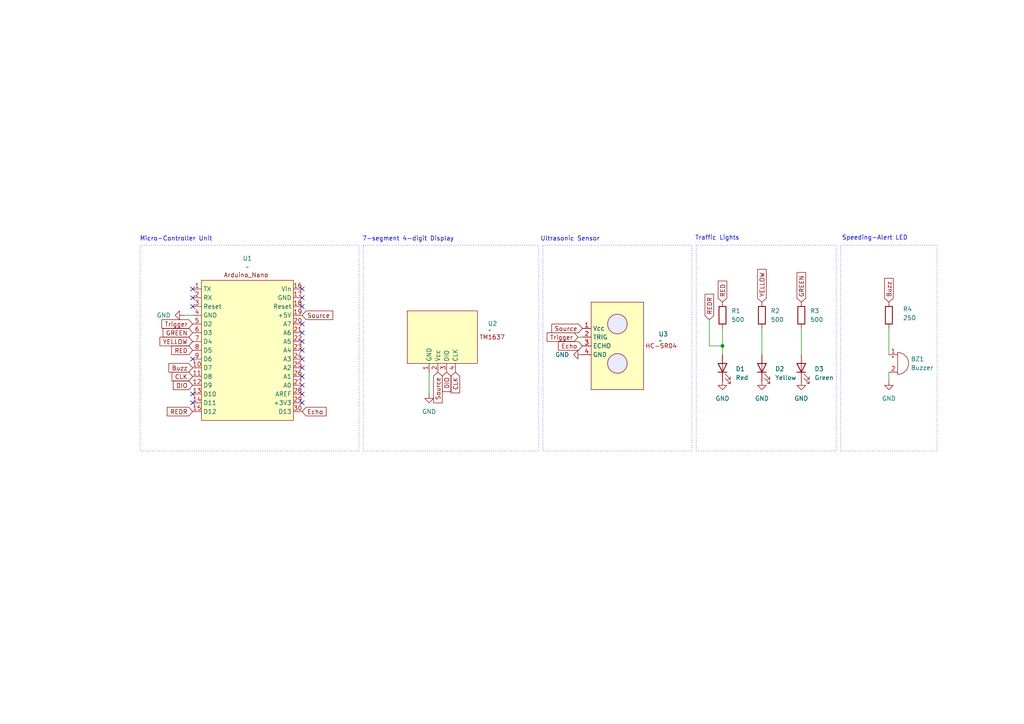
<source format=kicad_sch>
(kicad_sch (version 20231120) (generator "eeschema") (generator_version "8.0")
  (paper "A4")
  (title_block (title "Traffic Lights") (company "Robotics'n'Circuits"))
  (lib_symbols
    (symbol "Device:Buzzer" (pin_names (offset 0.0254) hide)
      (property "Reference" "BZ" (at 3.81 1.27 0))
      (property "Value" "Buzzer" (at 3.81 -1.27 0))
      (symbol "Buzzer_0_1"
        (arc (start 0 -3.175) (mid 3.1612 0) (end 0 3.175))
        (polyline (pts (xy -1.651 1.905) (xy -1.143 1.905)))
        (polyline (pts (xy -1.397 2.159) (xy -1.397 1.651)))
        (polyline (pts (xy 0 3.175) (xy 0 -3.175)))
      )
      (symbol "Buzzer_1_1"
        (pin passive line (at -2.54 2.54 0) (length 2.54) (name "+") (number "1"))
        (pin passive line (at -2.54 -2.54 0) (length 2.54) (name "-") (number "2"))
      )
    )
    (symbol "Device:LED" (pin_numbers hide) (pin_names (offset 1.016) hide)
      (property "Reference" "D" (at 0 2.54 0))
      (property "Value" "LED" (at 0 -2.54 0))
      (symbol "LED_0_1"
        (polyline (pts (xy -1.27 -1.27) (xy -1.27 1.27)) (stroke (width 0.254)))
        (polyline (pts (xy -1.27 0) (xy 1.27 0)))
        (polyline (pts (xy 1.27 -1.27) (xy 1.27 1.27) (xy -1.27 0) (xy 1.27 -1.27)) (stroke (width 0.254)))
        (polyline (pts (xy -3.048 -0.762) (xy -4.572 -2.286) (xy -3.81 -2.286) (xy -4.572 -2.286) (xy -4.572 -1.524)))
        (polyline (pts (xy -1.778 -0.762) (xy -3.302 -2.286) (xy -2.54 -2.286) (xy -3.302 -2.286) (xy -3.302 -1.524)))
      )
      (symbol "LED_1_1"
        (pin passive line (at -3.81 0 0) (length 2.54) (name "K") (number "1"))
        (pin passive line (at 3.81 0 180) (length 2.54) (name "A") (number "2"))
      )
    )
    (symbol "Device:R" (pin_numbers hide) (pin_names (offset 0))
      (property "Reference" "R" (at 2.032 0 90))
      (property "Value" "R" (at 0 0 90))
      (symbol "R_0_1"
        (rectangle (start -1.016 -2.54) (end 1.016 2.54) (stroke (width 0.254)))
      )
      (symbol "R_1_1"
        (pin passive line (at 0 3.81 270) (length 1.27) (name "~") (number "1"))
        (pin passive line (at 0 -3.81 90) (length 1.27) (name "~") (number "2"))
      )
    )
    (symbol "MCU_Microcontroller_Arduino_Nano_V3:Arduino_Nano_v3"
      (property "Reference" "U1" (at -0.635 25.4 0))
      (property "Value" "~" (at -0.635 22.86 0))
      (symbol "Arduino_Nano_v3_0_1"
        (rectangle (start -13.97 19.05) (end 12.7 -21.59) (fill (type background)))
      )
      (symbol "Arduino_Nano_v3_1_1"
        (text "Arduino_Nano" (at -1.016 20.574 0) (effects (font (size 1.27 1.27))))
        (pin output line (at -16.51 16.51 0) (length 2.54) (name "TX") (number "1"))
        (pin bidirectional line (at -16.51 -6.35 0) (length 2.54) (name "D7") (number "10"))
        (pin bidirectional line (at -16.51 -8.89 0) (length 2.54) (name "D8") (number "11"))
        (pin bidirectional line (at -16.51 -11.43 0) (length 2.54) (name "D9") (number "12"))
        (pin bidirectional line (at -16.51 -13.97 0) (length 2.54) (name "D10") (number "13"))
        (pin bidirectional line (at -16.51 -16.51 0) (length 2.54) (name "D11") (number "14"))
        (pin bidirectional line (at -16.51 -19.05 0) (length 2.54) (name "D12") (number "15"))
        (pin power_in line (at 15.24 16.51 180) (length 2.54) (name "Vin") (number "16"))
        (pin bidirectional line (at 15.24 13.97 180) (length 2.54) (name "GND") (number "17"))
        (pin input line (at 15.24 11.43 180) (length 2.54) (name "Reset") (number "18"))
        (pin power_out line (at 15.24 8.89 180) (length 2.54) (name "+5V") (number "19"))
        (pin input line (at -16.51 13.97 0) (length 2.54) (name "RX") (number "2"))
        (pin bidirectional line (at 15.24 6.35 180) (length 2.54) (name "A7") (number "20"))
        (pin bidirectional line (at 15.24 3.81 180) (length 2.54) (name "A6") (number "21"))
        (pin bidirectional line (at 15.24 1.27 180) (length 2.54) (name "A5") (number "22"))
        (pin bidirectional line (at 15.24 -1.27 180) (length 2.54) (name "A4") (number "23"))
        (pin bidirectional line (at 15.24 -3.81 180) (length 2.54) (name "A3") (number "24"))
        (pin bidirectional line (at 15.24 -6.35 180) (length 2.54) (name "A2") (number "25"))
        (pin bidirectional line (at 15.24 -8.89 180) (length 2.54) (name "A1") (number "26"))
        (pin bidirectional line (at 15.24 -11.43 180) (length 2.54) (name "A0") (number "27"))
        (pin input line (at 15.24 -13.97 180) (length 2.54) (name "AREF") (number "28"))
        (pin power_out line (at 15.24 -16.51 180) (length 2.54) (name "+3V3") (number "29"))
        (pin input line (at -16.51 11.43 0) (length 2.54) (name "Reset") (number "3"))
        (pin bidirectional line (at 15.24 -19.05 180) (length 2.54) (name "D13") (number "30"))
        (pin bidirectional line (at -16.51 8.89 0) (length 2.54) (name "GND") (number "4"))
        (pin bidirectional line (at -16.51 6.35 0) (length 2.54) (name "D2") (number "5"))
        (pin bidirectional line (at -16.51 3.81 0) (length 2.54) (name "D3") (number "6"))
        (pin bidirectional line (at -16.51 1.27 0) (length 2.54) (name "D4") (number "7"))
        (pin bidirectional line (at -16.51 -1.27 0) (length 2.54) (name "D5") (number "8"))
        (pin bidirectional line (at -16.51 -3.81 0) (length 2.54) (name "D6") (number "9"))
      )
    )
    (symbol "RTC-Module_Timer_TitanMicro_TM1637:TM1637"
      (property "Reference" "U2" (at 13.208 3.9371 0))
      (property "Value" "~" (at 13.208 2.032 0))
      (symbol "TM1637_0_1"
        (rectangle (start -10.16 7.62) (end 10.16 -7.62) (fill (type background)))
      )
      (symbol "TM1637_1_1"
        (text "TM1637\n" (at 14.478 0 0) (effects (font (size 1.27 1.27))))
        (pin power_in line (at -3.81 -10.16 90) (length 2.54) (name "GND") (number "1"))
        (pin power_in line (at -1.27 -10.16 90) (length 2.54) (name "Vcc") (number "2"))
        (pin bidirectional line (at 1.27 -10.16 90) (length 2.54) (name "DIO") (number "3"))
        (pin bidirectional line (at 3.81 -10.16 90) (length 2.54) (name "CLK") (number "4"))
      )
    )
    (symbol "Sensor_Sound_HC-SR04:HC-SR04"
      (property "Reference" "U3" (at 11.938 3.4291 0))
      (property "Value" "~" (at 11.938 1.524 0))
      (symbol "HC-SR04_0_1"
        (rectangle (start -7.62 12.7) (end 7.62 -12.7) (fill (type background)))
        (circle (center 0 -5.08) (radius 2.8398) (fill (type color) (color 234 234 255 1)))
        (circle (center 0 6.35) (radius 2.8398) (fill (type color) (color 234 234 255 1)))
      )
      (symbol "HC-SR04_1_1"
        (text "HC-SR04\n" (at 12.7 0 0) (effects (font (size 1.27 1.27))))
        (pin power_in line (at -10.16 5.08 0) (length 2.54) (name "Vcc") (number "1"))
        (pin bidirectional line (at -10.16 2.54 0) (length 2.54) (name "TRIG") (number "2"))
        (pin bidirectional line (at -10.16 0 0) (length 2.54) (name "ECHO") (number "3"))
        (pin power_in line (at -10.16 -2.54 0) (length 2.54) (name "GND") (number "4"))
      )
    )
    (symbol "power:GND" (power) (pin_numbers hide) (pin_names (offset 0) hide)
      (property "Value" "GND" (at 0 -3.81 0))
      (symbol "GND_0_1"
        (polyline (pts (xy 0 0) (xy 0 -1.27) (xy 1.27 -1.27) (xy 0 -2.54) (xy -1.27 -1.27) (xy 0 -1.27)))
      )
      (symbol "GND_1_1"
        (pin power_in line (at 0 0 270) (length 0) (name "~") (number "1"))
      )
    )
  )
  (junction (at 209.55 100.33))
  (no_connect (at 55.88 114.3))
  (no_connect (at 87.63 96.52))
  (no_connect (at 87.63 116.84))
  (no_connect (at 87.63 111.76))
  (no_connect (at 87.63 93.98))
  (no_connect (at 87.63 88.9))
  (no_connect (at 55.88 86.36))
  (no_connect (at 55.88 104.14))
  (no_connect (at 55.88 116.84))
  (no_connect (at 87.63 104.14))
  (no_connect (at 87.63 114.3))
  (no_connect (at 87.63 106.68))
  (no_connect (at 55.88 88.9))
  (no_connect (at 87.63 86.36))
  (no_connect (at 87.63 99.06))
  (no_connect (at 87.63 101.6))
  (no_connect (at 87.63 83.82))
  (no_connect (at 55.88 83.82))
  (no_connect (at 87.63 109.22))
  (wire (pts (xy 168.91 97.79) (xy 167.64 97.79)))
  (wire (pts (xy 205.74 92.71) (xy 205.74 100.33)))
  (wire (pts (xy 220.98 95.25) (xy 220.98 102.87)))
  (wire (pts (xy 209.55 102.87) (xy 209.55 100.33)))
  (wire (pts (xy 257.81 95.25) (xy 257.81 102.87)))
  (wire (pts (xy 257.81 107.95) (xy 257.81 110.49)))
  (wire (pts (xy 205.74 100.33) (xy 209.55 100.33)))
  (wire (pts (xy 124.46 114.3) (xy 124.46 107.95)))
  (wire (pts (xy 53.34 91.44) (xy 55.88 91.44)))
  (wire (pts (xy 209.55 95.25) (xy 209.55 100.33)))
  (wire (pts (xy 232.41 95.25) (xy 232.41 102.87)))
  (rectangle (start 243.84 71.12) (end 271.78 130.81) (stroke (width 0) (type dot)))
  (rectangle (start 201.93 71.12) (end 242.57 130.81) (stroke (width 0) (type dot)))
  (rectangle (start 105.41 71.12) (end 156.21 130.81) (stroke (width 0) (type dot)))
  (rectangle (start 157.48 71.12) (end 200.66 130.81) (stroke (width 0) (type dot)))
  (rectangle (start 40.64 71.12) (end 104.14 130.81) (stroke (width 0) (type dot)))
  (text "Traffic Lights\n" (at 208.026 69.088 0) (effects (font (size 1.27 1.27))))
  (text "Micro-Controller Unit\n" (at 51.054 69.342 0) (effects (font (size 1.27 1.27))))
  (text "7-segment 4-digit Display\n" (at 118.364 69.342 0) (effects (font (size 1.27 1.27))))
  (text "Ultrasonic Sensor\n" (at 165.354 69.342 0) (effects (font (size 1.27 1.27))))
  (text "Speeding-Alert LED\n\n" (at 253.746 70.104 0) (effects (font (size 1.27 1.27))))
  (global_label "RED" (shape input) (at 55.88 101.6 180) (property "Intersheetrefs" "${INTERSHEET_REFS}" (effects (hide yes))))
  (global_label "GREEN" (shape input) (at 232.41 87.63 90) (property "Intersheetrefs" "${INTERSHEET_REFS}" (effects (hide yes))))
  (global_label "RED" (shape input) (at 209.55 87.63 90) (property "Intersheetrefs" "${INTERSHEET_REFS}" (effects (hide yes))))
  (global_label "Trigger" (shape input) (at 167.64 97.79 180) (property "Intersheetrefs" "${INTERSHEET_REFS}" (effects (hide yes))))
  (global_label "Source" (shape input) (at 168.91 95.25 180) (property "Intersheetrefs" "${INTERSHEET_REFS}" (effects (hide yes))))
  (global_label "DIO" (shape input) (at 55.88 111.76 180) (property "Intersheetrefs" "${INTERSHEET_REFS}" (effects (hide yes))))
  (global_label "YELLOW" (shape input) (at 220.98 87.63 90) (property "Intersheetrefs" "${INTERSHEET_REFS}" (effects (hide yes))))
  (global_label "YELLOW" (shape input) (at 55.88 99.06 180) (property "Intersheetrefs" "${INTERSHEET_REFS}" (effects (hide yes))))
  (global_label "Source" (shape input) (at 127 107.95 270) (property "Intersheetrefs" "${INTERSHEET_REFS}" (effects (hide yes))))
  (global_label "Source" (shape input) (at 87.63 91.44 0) (property "Intersheetrefs" "${INTERSHEET_REFS}" (effects (hide yes))))
  (global_label "REDR" (shape input) (at 205.74 92.71 90) (property "Intersheetrefs" "${INTERSHEET_REFS}" (effects (hide yes))))
  (global_label "REDR" (shape input) (at 55.88 119.38 180) (property "Intersheetrefs" "${INTERSHEET_REFS}" (effects (hide yes))))
  (global_label "CLK" (shape input) (at 55.88 109.22 180) (property "Intersheetrefs" "${INTERSHEET_REFS}" (effects (hide yes))))
  (global_label "Echo" (shape input) (at 168.91 100.33 180) (property "Intersheetrefs" "${INTERSHEET_REFS}" (effects (hide yes))))
  (global_label "DIO" (shape input) (at 129.54 107.95 270) (property "Intersheetrefs" "${INTERSHEET_REFS}" (effects (hide yes))))
  (global_label "GREEN" (shape input) (at 55.88 96.52 180) (property "Intersheetrefs" "${INTERSHEET_REFS}" (effects (hide yes))))
  (global_label "Echo" (shape input) (at 87.63 119.38 0) (property "Intersheetrefs" "${INTERSHEET_REFS}" (effects (hide yes))))
  (global_label "Buzz" (shape input) (at 257.81 87.63 90) (property "Intersheetrefs" "${INTERSHEET_REFS}" (effects (hide yes))))
  (global_label "Trigger" (shape input) (at 55.88 93.98 180) (property "Intersheetrefs" "${INTERSHEET_REFS}" (effects (hide yes))))
  (global_label "CLK" (shape input) (at 132.08 107.95 270) (property "Intersheetrefs" "${INTERSHEET_REFS}" (effects (hide yes))))
  (global_label "Buzz" (shape input) (at 55.88 106.68 180) (property "Intersheetrefs" "${INTERSHEET_REFS}" (effects (hide yes))))
  (symbol (lib_id "power:GND") (at 124.46 114.3 0) (unit 1)
    (property "Reference" "#PWR02" (effects (hide yes)))
    (property "Value" "GND" (at 124.46 119.38 0))
    (property "Description" "Power symbol creates a global label with name \"GND\" , ground" (effects (hide yes)))
  )
  (symbol (lib_id "Device:R") (at 209.55 91.44 0) (unit 1)
    (property "Reference" "R1" (at 212.09 90.1699 0) (effects (justify left)))
    (property "Value" "500" (at 212.09 92.7099 0) (effects (justify left)))
    (property "Footprint" "Resistor_THT:R_Axial_DIN0918_L18.0mm_D9.0mm_P22.86mm_Horizontal" (effects (hide yes)))
    (property "Description" "Resistor" (effects (hide yes)))
  )
  (symbol (lib_id "Sensor_Sound_HC-SR04:HC-SR04") (at 179.07 100.33 0) (unit 1)
    (property "Reference" "U3" (at 191.008 96.9009 0) (effects (justify left)))
    (property "Value" "~" (at 191.008 98.806 0) (effects (justify left)))
    (property "Footprint" "Sensor_HC-SR04:HC-SR04" (effects (hide yes)))
  )
  (symbol (lib_id "MCU_Microcontroller_Arduino_Nano_V3:Arduino_Nano_v3") (at 72.39 100.33 0) (unit 1)
    (property "Reference" "U1" (at 71.755 74.93 0))
    (property "Value" "~" (at 71.755 77.47 0))
    (property "Footprint" "Arduino_Nano:Arduino_Nano" (effects (hide yes)))
  )
  (symbol (lib_id "power:GND") (at 257.81 110.49 0) (unit 1)
    (property "Reference" "#PWR07" (effects (hide yes)))
    (property "Value" "GND" (at 257.81 115.57 0))
    (property "Description" "Power symbol creates a global label with name \"GND\" , ground" (effects (hide yes)))
  )
  (symbol (lib_id "Device:R") (at 232.41 91.44 0) (unit 1)
    (property "Reference" "R3" (at 234.95 90.1699 0) (effects (justify left)))
    (property "Value" "500" (at 234.95 92.7099 0) (effects (justify left)))
    (property "Footprint" "Resistor_THT:R_Axial_DIN0918_L18.0mm_D9.0mm_P22.86mm_Horizontal" (effects (hide yes)))
    (property "Description" "Resistor" (effects (hide yes)))
  )
  (symbol (lib_id "RTC-Module_Timer_TitanMicro_TM1637:TM1637") (at 128.27 97.79 0) (unit 1)
    (property "Reference" "U2" (at 141.478 93.8529 0) (effects (justify left)))
    (property "Value" "~" (at 141.478 95.758 0) (effects (justify left)))
    (property "Footprint" "Timer_TM1637:TM1637" (effects (hide yes)))
  )
  (symbol (lib_id "Device:R") (at 257.81 91.44 0) (unit 1)
    (property "Reference" "R4" (at 261.874 89.662 0) (effects (justify left)))
    (property "Value" "250" (at 261.874 92.202 0) (effects (justify left)))
    (property "Footprint" "Resistor_THT:R_Axial_DIN0918_L18.0mm_D9.0mm_P22.86mm_Horizontal" (effects (hide yes)))
    (property "Description" "Resistor" (effects (hide yes)))
  )
  (symbol (lib_id "power:GND") (at 168.91 102.87 270) (unit 1)
    (property "Reference" "#PWR03" (effects (hide yes)))
    (property "Value" "GND" (at 165.1 102.8699 90) (effects (justify right)))
    (property "Description" "Power symbol creates a global label with name \"GND\" , ground" (effects (hide yes)))
  )
  (symbol (lib_id "power:GND") (at 232.41 110.49 0) (unit 1)
    (property "Reference" "#PWR06" (effects (hide yes)))
    (property "Value" "GND" (at 232.41 115.57 0))
    (property "Description" "Power symbol creates a global label with name \"GND\" , ground" (effects (hide yes)))
  )
  (symbol (lib_id "Device:LED") (at 220.98 106.68 90) (unit 1)
    (property "Reference" "D2" (at 224.79 106.9974 90) (effects (justify right)))
    (property "Value" "Yellow" (at 224.79 109.5374 90) (effects (justify right)))
    (property "Footprint" "LED_THT:LED_D3.0mm_Horizontal_O1.27mm_Z2.0mm_IRGrey" (effects (hide yes)))
    (property "Description" "Light emitting diode" (effects (hide yes)))
  )
  (symbol (lib_id "Device:R") (at 220.98 91.44 0) (unit 1)
    (property "Reference" "R2" (at 223.52 90.1699 0) (effects (justify left)))
    (property "Value" "500" (at 223.52 92.7099 0) (effects (justify left)))
    (property "Footprint" "Resistor_THT:R_Axial_DIN0918_L18.0mm_D9.0mm_P22.86mm_Horizontal" (effects (hide yes)))
    (property "Description" "Resistor" (effects (hide yes)))
  )
  (symbol (lib_id "power:GND") (at 220.98 110.49 0) (unit 1)
    (property "Reference" "#PWR05" (effects (hide yes)))
    (property "Value" "GND" (at 220.98 115.57 0))
    (property "Description" "Power symbol creates a global label with name \"GND\" , ground" (effects (hide yes)))
  )
  (symbol (lib_id "power:GND") (at 209.55 110.49 0) (unit 1)
    (property "Reference" "#PWR04" (effects (hide yes)))
    (property "Value" "GND" (at 209.55 115.57 0))
    (property "Description" "Power symbol creates a global label with name \"GND\" , ground" (effects (hide yes)))
  )
  (symbol (lib_id "Device:LED") (at 209.55 106.68 90) (unit 1)
    (property "Reference" "D1" (at 213.36 106.9974 90) (effects (justify right)))
    (property "Value" "Red" (at 213.36 109.5374 90) (effects (justify right)))
    (property "Footprint" "LED_THT:LED_D3.0mm_Horizontal_O1.27mm_Z2.0mm_IRGrey" (effects (hide yes)))
    (property "Description" "Light emitting diode" (effects (hide yes)))
  )
  (symbol (lib_id "Device:LED") (at 232.41 106.68 90) (unit 1)
    (property "Reference" "D3" (at 236.22 106.9974 90) (effects (justify right)))
    (property "Value" "Green" (at 236.22 109.5374 90) (effects (justify right)))
    (property "Footprint" "LED_THT:LED_D3.0mm_Horizontal_O1.27mm_Z2.0mm_IRGrey" (effects (hide yes)))
    (property "Description" "Light emitting diode" (effects (hide yes)))
  )
  (symbol (lib_id "power:GND") (at 53.34 91.44 270) (unit 1)
    (property "Reference" "#PWR01" (effects (hide yes)))
    (property "Value" "GND" (at 49.53 91.4399 90) (effects (justify right)))
    (property "Description" "Power symbol creates a global label with name \"GND\" , ground" (effects (hide yes)))
  )
  (symbol (lib_id "Device:Buzzer") (at 260.35 105.41 0) (unit 1)
    (property "Reference" "BZ1" (at 264.16 104.1399 0) (effects (justify left)))
    (property "Value" "Buzzer" (at 264.16 106.6799 0) (effects (justify left)))
    (property "Footprint" "Buzzer_Beeper:Buzzer_12x9.5RM7.6" (effects (hide yes)))
    (property "Description" "Buzzer, polarized" (effects (hide yes)))
  )
)
</source>
